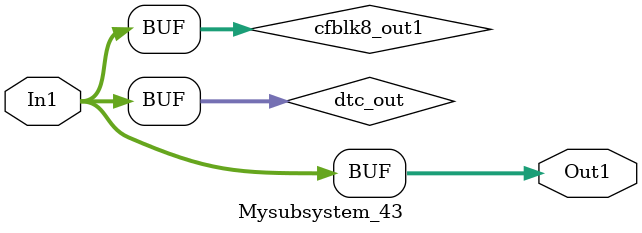
<source format=v>



`timescale 1 ns / 1 ns

module Mysubsystem_43
          (In1,
           Out1);


  input   [7:0] In1;  // uint8
  output  [7:0] Out1;  // uint8


  wire [7:0] dtc_out;  // ufix8
  wire [7:0] cfblk8_out1;  // uint8


  assign dtc_out = In1;



  assign cfblk8_out1 = dtc_out;



  assign Out1 = cfblk8_out1;

endmodule  // Mysubsystem_43


</source>
